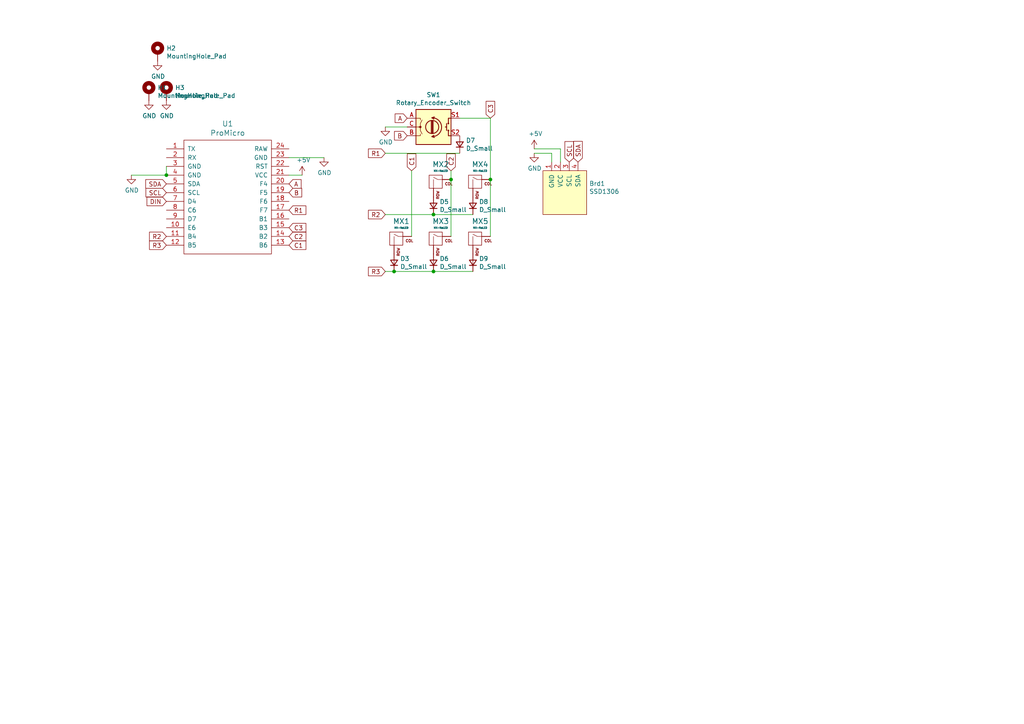
<source format=kicad_sch>
(kicad_sch (version 20211123) (generator eeschema)
  (paper "A4")
  (lib_symbols
    (symbol "Device:D_Small" (pin_numbers hide) (pin_names (offset 0.254) hide)
      (property "Reference" "D" (at -1.27 2.032 0))
      (property "Value" "D_Small" (at -3.81 -2.032 0))
      (symbol "D_Small_0_1"
        (polyline (pts (xy -0.762 -1.016) (xy -0.762 1.016)) (stroke (width 0.254)))
        (polyline (pts (xy -0.762 0) (xy 0.762 0)))
        (polyline (pts (xy 0.762 -1.016) (xy -0.762 0) (xy 0.762 1.016) (xy 0.762 -1.016)) (stroke (width 0.254)))
      )
      (symbol "D_Small_1_1"
        (pin passive line (at -2.54 0 0) (length 1.778) (name "K") (number "1"))
        (pin passive line (at 2.54 0 180) (length 1.778) (name "A") (number "2"))
      )
    )
    (symbol "Device:Rotary_Encoder_Switch" (pin_names (offset 0.254) hide)
      (property "Reference" "SW" (at 0 6.604 0))
      (property "Value" "Device_Rotary_Encoder_Switch" (at 0 -6.604 0))
      (symbol "Rotary_Encoder_Switch_0_1"
        (rectangle (start -5.08 5.08) (end 5.08 -5.08) (stroke (width 0.254)) (fill (type background)))
        (circle (center -3.81 0) (radius 0.254) (fill (type outline)))
        (arc (start -0.381 -2.794) (mid 2.3622 -0.0508) (end -0.381 2.667) (stroke (width 0.254)))
        (circle (center -0.381 0) (radius 1.905) (stroke (width 0.254)))
        (polyline (pts (xy -0.635 -1.778) (xy -0.635 1.778)) (stroke (width 0.254)))
        (polyline (pts (xy -0.381 -1.778) (xy -0.381 1.778)) (stroke (width 0.254)))
        (polyline (pts (xy -0.127 1.778) (xy -0.127 -1.778)) (stroke (width 0.254)))
        (polyline (pts (xy 3.81 0) (xy 3.429 0)) (stroke (width 0.254)))
        (polyline (pts (xy 3.81 1.016) (xy 3.81 -1.016)) (stroke (width 0.254)))
        (polyline (pts (xy -5.08 -2.54) (xy -3.81 -2.54) (xy -3.81 -2.032)))
        (polyline (pts (xy -5.08 2.54) (xy -3.81 2.54) (xy -3.81 2.032)))
        (polyline (pts (xy 0.254 -3.048) (xy -0.508 -2.794) (xy 0.127 -2.413)) (stroke (width 0.254)))
        (polyline (pts (xy 0.254 2.921) (xy -0.508 2.667) (xy 0.127 2.286)) (stroke (width 0.254)))
        (polyline (pts (xy 5.08 -2.54) (xy 4.318 -2.54) (xy 4.318 -1.016)) (stroke (width 0.254)))
        (polyline (pts (xy 5.08 2.54) (xy 4.318 2.54) (xy 4.318 1.016)) (stroke (width 0.254)))
        (polyline (pts (xy -5.08 0) (xy -3.81 0) (xy -3.81 -1.016) (xy -3.302 -2.032)))
        (polyline (pts (xy -4.318 0) (xy -3.81 0) (xy -3.81 1.016) (xy -3.302 2.032)))
        (circle (center 4.318 -1.016) (radius 0.127) (stroke (width 0.254)))
        (circle (center 4.318 1.016) (radius 0.127) (stroke (width 0.254)))
      )
      (symbol "Rotary_Encoder_Switch_1_1"
        (pin passive line (at -7.62 2.54 0) (length 2.54) (name "A") (number "A"))
        (pin passive line (at -7.62 -2.54 0) (length 2.54) (name "B") (number "B"))
        (pin passive line (at -7.62 0 0) (length 2.54) (name "C") (number "C"))
        (pin passive line (at 7.62 2.54 180) (length 2.54) (name "S1") (number "S1"))
        (pin passive line (at 7.62 -2.54 180) (length 2.54) (name "S2") (number "S2"))
      )
    )
    (symbol "MX_Alps_Hybrid:MX-NoLED" (pin_names (offset 1.016))
      (property "Reference" "MX" (at -0.635 3.81 0))
      (property "Value" "MX-NoLED" (at -0.635 1.27 0))
      (symbol "MX-NoLED_0_0"
        (rectangle (start -2.54 2.54) (end 1.27 -1.27))
        (polyline (pts (xy -1.27 -1.27) (xy -1.27 1.27)) (stroke (width 0.127)))
        (polyline (pts (xy 1.27 1.27) (xy 0 1.27) (xy -1.27 1.905)) (stroke (width 0.127)))
        (text "COL" (at 3.175 0 0) (effects (font (size 0.762 0.762))))
        (text "ROW" (at 0 -1.905 900) (effects (font (size 0.762 0.762)) (justify right)))
      )
      (symbol "MX-NoLED_1_1"
        (pin passive line (at 3.81 1.27 180) (length 2.54) (name "COL") (number "1"))
        (pin passive line (at -1.27 -3.81 90) (length 2.54) (name "ROW") (number "2"))
      )
    )
    (symbol "Mechanical:MountingHole_Pad" (pin_numbers hide) (pin_names (offset 1.016) hide)
      (property "Reference" "H" (at 0 6.35 0))
      (property "Value" "MountingHole_Pad" (at 0 4.445 0))
      (symbol "MountingHole_Pad_0_1"
        (circle (center 0 1.27) (radius 1.27) (stroke (width 1.27)))
      )
      (symbol "MountingHole_Pad_1_1"
        (pin input line (at 0 -2.54 90) (length 2.54) (name "1") (number "1"))
      )
    )
    (symbol "SSD1306-128x64_OLED:SSD1306" (pin_names (offset 1.016))
      (property "Reference" "Brd" (at 0 -3.81 0))
      (property "Value" "SSD1306" (at 0 -1.27 0))
      (symbol "SSD1306_0_1"
        (rectangle (start -6.35 6.35) (end 6.35 -6.35) (fill (type background)))
      )
      (symbol "SSD1306_1_1"
        (pin input line (at -3.81 8.89 270) (length 2.54) (name "GND") (number "1"))
        (pin input line (at -1.27 8.89 270) (length 2.54) (name "VCC") (number "2"))
        (pin input line (at 1.27 8.89 270) (length 2.54) (name "SCL") (number "3"))
        (pin input line (at 3.81 8.89 270) (length 2.54) (name "SDA") (number "4"))
      )
    )
    (symbol "power:+5V" (power) (pin_names (offset 0))
      (property "Value" "+5V" (at 0 3.556 0))
      (symbol "+5V_0_1"
        (polyline (pts (xy -0.762 1.27) (xy 0 2.54)))
        (polyline (pts (xy 0 0) (xy 0 2.54)))
        (polyline (pts (xy 0 2.54) (xy 0.762 1.27)))
      )
      (symbol "+5V_1_1"
        (pin power_in line (at 0 0 90) (length 0) hide (name "+5V") (number "1"))
      )
    )
    (symbol "power:GND" (power) (pin_names (offset 0))
      (property "Value" "GND" (at 0 -3.81 0))
      (symbol "GND_0_1"
        (polyline (pts (xy 0 0) (xy 0 -1.27) (xy 1.27 -1.27) (xy 0 -2.54) (xy -1.27 -1.27) (xy 0 -1.27)))
      )
      (symbol "GND_1_1"
        (pin power_in line (at 0 0 270) (length 0) hide (name "GND") (number "1"))
      )
    )
    (symbol "promicro:ProMicro" (pin_names (offset 1.016))
      (property "Reference" "U" (at 0 24.13 0))
      (property "Value" "ProMicro" (at 0 -13.97 0))
      (symbol "ProMicro_0_1"
        (rectangle (start -12.7 21.59) (end 12.7 -11.43))
      )
      (symbol "ProMicro_1_1"
        (pin bidirectional line (at -17.78 19.05 0) (length 5.08) (name "TX") (number "1"))
        (pin bidirectional line (at -17.78 -3.81 0) (length 5.08) (name "E6") (number "10"))
        (pin bidirectional line (at -17.78 -6.35 0) (length 5.08) (name "B4") (number "11"))
        (pin bidirectional line (at -17.78 -8.89 0) (length 5.08) (name "B5") (number "12"))
        (pin bidirectional line (at 17.78 -8.89 180) (length 5.08) (name "B6") (number "13"))
        (pin bidirectional line (at 17.78 -6.35 180) (length 5.08) (name "B2") (number "14"))
        (pin bidirectional line (at 17.78 -3.81 180) (length 5.08) (name "B3") (number "15"))
        (pin bidirectional line (at 17.78 -1.27 180) (length 5.08) (name "B1") (number "16"))
        (pin bidirectional line (at 17.78 1.27 180) (length 5.08) (name "F7") (number "17"))
        (pin bidirectional line (at 17.78 3.81 180) (length 5.08) (name "F6") (number "18"))
        (pin bidirectional line (at 17.78 6.35 180) (length 5.08) (name "F5") (number "19"))
        (pin bidirectional line (at -17.78 16.51 0) (length 5.08) (name "RX") (number "2"))
        (pin bidirectional line (at 17.78 8.89 180) (length 5.08) (name "F4") (number "20"))
        (pin power_in line (at 17.78 11.43 180) (length 5.08) (name "VCC") (number "21"))
        (pin input line (at 17.78 13.97 180) (length 5.08) (name "RST") (number "22"))
        (pin power_in line (at 17.78 16.51 180) (length 5.08) (name "GND") (number "23"))
        (pin power_out line (at 17.78 19.05 180) (length 5.08) (name "RAW") (number "24"))
        (pin power_in line (at -17.78 13.97 0) (length 5.08) (name "GND") (number "3"))
        (pin power_in line (at -17.78 11.43 0) (length 5.08) (name "GND") (number "4"))
        (pin bidirectional line (at -17.78 8.89 0) (length 5.08) (name "SDA") (number "5"))
        (pin bidirectional line (at -17.78 6.35 0) (length 5.08) (name "SCL") (number "6"))
        (pin bidirectional line (at -17.78 3.81 0) (length 5.08) (name "D4") (number "7"))
        (pin bidirectional line (at -17.78 1.27 0) (length 5.08) (name "C6") (number "8"))
        (pin bidirectional line (at -17.78 -1.27 0) (length 5.08) (name "D7") (number "9"))
      )
    )
  )
  (junction (at 142.24 52.07))
  (junction (at 125.73 78.74))
  (junction (at 114.3 78.74))
  (junction (at 130.81 52.07))
  (junction (at 48.26 50.8))
  (junction (at 125.73 62.23))
  (wire (pts (xy 48.26 48.26) (xy 48.26 50.8)))
  (wire (pts (xy 125.73 78.74) (xy 137.16 78.74)))
  (wire (pts (xy 125.73 62.23) (xy 137.16 62.23)))
  (wire (pts (xy 118.11 36.83) (xy 111.76 36.83)))
  (wire (pts (xy 142.24 34.29) (xy 133.35 34.29)))
  (wire (pts (xy 160.02 46.99) (xy 160.02 44.45)))
  (wire (pts (xy 162.56 43.18) (xy 154.94 43.18)))
  (wire (pts (xy 114.3 78.74) (xy 111.76 78.74)))
  (wire (pts (xy 111.76 62.23) (xy 125.73 62.23)))
  (wire (pts (xy 162.56 46.99) (xy 162.56 43.18)))
  (wire (pts (xy 114.3 78.74) (xy 125.73 78.74)))
  (wire (pts (xy 83.82 45.72) (xy 93.98 45.72)))
  (wire (pts (xy 119.38 68.58) (xy 119.38 49.53)))
  (wire (pts (xy 111.76 44.45) (xy 133.35 44.45)))
  (wire (pts (xy 83.82 50.8) (xy 87.63 50.8)))
  (wire (pts (xy 160.02 44.45) (xy 154.94 44.45)))
  (wire (pts (xy 142.24 34.29) (xy 142.24 52.07)))
  (wire (pts (xy 38.1 50.8) (xy 48.26 50.8)))
  (wire (pts (xy 142.24 68.58) (xy 142.24 52.07)))
  (wire (pts (xy 130.81 68.58) (xy 130.81 52.07)))
  (wire (pts (xy 130.81 52.07) (xy 130.81 49.53)))
  (global_label "R3" (shape input) (at 48.26 71.12 180) (property "Intersheet References" "${INTERSHEET_REFS}" (effects hide)))
  (global_label "B" (shape input) (at 118.11 39.37 180) (property "Intersheet References" "${INTERSHEET_REFS}" (effects hide)))
  (global_label "R3" (shape input) (at 111.76 78.74 180) (property "Intersheet References" "${INTERSHEET_REFS}" (effects hide)))
  (global_label "SCL" (shape input) (at 48.26 55.88 180) (property "Intersheet References" "${INTERSHEET_REFS}" (effects hide)))
  (global_label "A" (shape input) (at 83.82 53.34 0) (property "Intersheet References" "${INTERSHEET_REFS}" (effects hide)))
  (global_label "A" (shape input) (at 118.11 34.29 180) (property "Intersheet References" "${INTERSHEET_REFS}" (effects hide)))
  (global_label "SDA" (shape input) (at 167.64 46.99 90) (property "Intersheet References" "${INTERSHEET_REFS}" (effects hide)))
  (global_label "R2" (shape input) (at 111.76 62.23 180) (property "Intersheet References" "${INTERSHEET_REFS}" (effects hide)))
  (global_label "R1" (shape input) (at 83.82 60.96 0) (property "Intersheet References" "${INTERSHEET_REFS}" (effects hide)))
  (global_label "SCL" (shape input) (at 165.1 46.99 90) (property "Intersheet References" "${INTERSHEET_REFS}" (effects hide)))
  (global_label "C1" (shape input) (at 119.38 49.53 90) (property "Intersheet References" "${INTERSHEET_REFS}" (effects hide)))
  (global_label "R1" (shape input) (at 111.76 44.45 180) (property "Intersheet References" "${INTERSHEET_REFS}" (effects hide)))
  (global_label "C2" (shape input) (at 130.81 49.53 90) (property "Intersheet References" "${INTERSHEET_REFS}" (effects hide)))
  (global_label "C3" (shape input) (at 142.24 34.29 90) (property "Intersheet References" "${INTERSHEET_REFS}" (effects hide)))
  (global_label "C1" (shape input) (at 83.82 71.12 0) (property "Intersheet References" "${INTERSHEET_REFS}" (effects hide)))
  (global_label "C2" (shape input) (at 83.82 68.58 0) (property "Intersheet References" "${INTERSHEET_REFS}" (effects hide)))
  (global_label "C3" (shape input) (at 83.82 66.04 0) (property "Intersheet References" "${INTERSHEET_REFS}" (effects hide)))
  (global_label "B" (shape input) (at 83.82 55.88 0) (property "Intersheet References" "${INTERSHEET_REFS}" (effects hide)))
  (global_label "SDA" (shape input) (at 48.26 53.34 180) (property "Intersheet References" "${INTERSHEET_REFS}" (effects hide)))
  (global_label "R2" (shape input) (at 48.26 68.58 180) (property "Intersheet References" "${INTERSHEET_REFS}" (effects hide)))
  (global_label "DIN" (shape input) (at 48.26 58.42 180) (property "Intersheet References" "${INTERSHEET_REFS}" (effects hide)))
  (symbol (lib_id "promicro:ProMicro") (at 66.04 62.23 0) (unit 1)
    (property "Reference" "U1" (at 66.04 35.8902 0) (effects (font (size 1.524 1.524))))
    (property "Value" "ProMicro" (at 66.04 38.5826 0) (effects (font (size 1.524 1.524))))
    (property "Footprint" "Keebio-Parts:ArduinoProMicro" (effects hide))
  )
  (symbol (lib_id "power:GND") (at 38.1 50.8 0) (unit 1)
    (property "Reference" "#PWR0101" (effects hide))
    (property "Value" "GND" (at 38.227 55.1942 0))
  )
  (symbol (lib_id "power:GND") (at 93.98 45.72 0) (unit 1)
    (property "Reference" "#PWR0102" (effects hide))
    (property "Value" "GND" (at 94.107 50.1142 0))
  )
  (symbol (lib_id "power:+5V") (at 87.63 50.8 0) (unit 1)
    (property "Reference" "#PWR0103" (effects hide))
    (property "Value" "+5V" (at 88.011 46.4058 0))
  )
  (symbol (lib_id "MX_Alps_Hybrid:MX-NoLED") (at 115.57 69.85 0) (unit 1)
    (property "Reference" "MX1" (at 116.4082 64.1858 0) (effects (font (size 1.524 1.524))))
    (property "Value" "MX-NoLED" (at 116.4082 66.0654 0) (effects (font (size 0.508 0.508))))
    (property "Footprint" "MX_Only:MXOnly-1U-NoLED" (effects hide))
  )
  (symbol (lib_id "Device:D_Small") (at 114.3 76.2 90) (unit 1)
    (property "Reference" "D3" (at 116.078 75.0316 90) (effects (justify right)))
    (property "Value" "D_Small" (at 116.078 77.343 90) (effects (justify right)))
    (property "Footprint" "Diode_THT:D_DO-35_SOD27_P7.62mm_Horizontal" (effects hide))
  )
  (symbol (lib_id "MX_Alps_Hybrid:MX-NoLED") (at 127 69.85 0) (unit 1)
    (property "Reference" "MX3" (at 127.8382 64.1858 0) (effects (font (size 1.524 1.524))))
    (property "Value" "MX-NoLED" (at 127.8382 66.0654 0) (effects (font (size 0.508 0.508))))
    (property "Footprint" "MX_Only:MXOnly-1U-NoLED" (effects hide))
  )
  (symbol (lib_id "Device:D_Small") (at 125.73 76.2 90) (unit 1)
    (property "Reference" "D6" (at 127.508 75.0316 90) (effects (justify right)))
    (property "Value" "D_Small" (at 127.508 77.343 90) (effects (justify right)))
    (property "Footprint" "Diode_THT:D_DO-35_SOD27_P7.62mm_Horizontal" (effects hide))
  )
  (symbol (lib_id "MX_Alps_Hybrid:MX-NoLED") (at 138.43 69.85 0) (unit 1)
    (property "Reference" "MX5" (at 139.2682 64.1858 0) (effects (font (size 1.524 1.524))))
    (property "Value" "MX-NoLED" (at 139.2682 66.0654 0) (effects (font (size 0.508 0.508))))
    (property "Footprint" "MX_Only:MXOnly-1U-NoLED" (effects hide))
  )
  (symbol (lib_id "Device:D_Small") (at 137.16 76.2 90) (unit 1)
    (property "Reference" "D9" (at 138.938 75.0316 90) (effects (justify right)))
    (property "Value" "D_Small" (at 138.938 77.343 90) (effects (justify right)))
    (property "Footprint" "Diode_THT:D_DO-35_SOD27_P7.62mm_Horizontal" (effects hide))
  )
  (symbol (lib_id "MX_Alps_Hybrid:MX-NoLED") (at 138.43 53.34 0) (unit 1)
    (property "Reference" "MX4" (at 139.2682 47.6758 0) (effects (font (size 1.524 1.524))))
    (property "Value" "MX-NoLED" (at 139.2682 49.5554 0) (effects (font (size 0.508 0.508))))
    (property "Footprint" "MX_Only:MXOnly-1U-NoLED" (effects hide))
  )
  (symbol (lib_id "Device:D_Small") (at 137.16 59.69 90) (unit 1)
    (property "Reference" "D8" (at 138.938 58.5216 90) (effects (justify right)))
    (property "Value" "D_Small" (at 138.938 60.833 90) (effects (justify right)))
    (property "Footprint" "Diode_THT:D_DO-35_SOD27_P7.62mm_Horizontal" (effects hide))
  )
  (symbol (lib_id "MX_Alps_Hybrid:MX-NoLED") (at 127 53.34 0) (unit 1)
    (property "Reference" "MX2" (at 127.8382 47.6758 0) (effects (font (size 1.524 1.524))))
    (property "Value" "MX-NoLED" (at 127.8382 49.5554 0) (effects (font (size 0.508 0.508))))
    (property "Footprint" "MX_Only:MXOnly-1U-NoLED" (effects hide))
  )
  (symbol (lib_id "Device:D_Small") (at 125.73 59.69 90) (unit 1)
    (property "Reference" "D5" (at 127.508 58.5216 90) (effects (justify right)))
    (property "Value" "D_Small" (at 127.508 60.833 90) (effects (justify right)))
    (property "Footprint" "Diode_THT:D_DO-35_SOD27_P7.62mm_Horizontal" (effects hide))
  )
  (symbol (lib_id "Device:Rotary_Encoder_Switch") (at 125.73 36.83 0) (unit 1)
    (property "Reference" "SW1" (at 125.73 27.5082 0))
    (property "Value" "Rotary_Encoder_Switch" (at 125.73 29.8196 0))
    (property "Footprint" "Keebio-Parts:RotaryEncoder_EC11" (effects hide))
  )
  (symbol (lib_id "power:GND") (at 111.76 36.83 0) (unit 1)
    (property "Reference" "#PWR0104" (effects hide))
    (property "Value" "GND" (at 111.887 41.2242 0))
  )
  (symbol (lib_id "Device:D_Small") (at 133.35 41.91 90) (unit 1)
    (property "Reference" "D7" (at 135.128 40.7416 90) (effects (justify right)))
    (property "Value" "D_Small" (at 135.128 43.053 90) (effects (justify right)))
    (property "Footprint" "Diode_THT:D_DO-35_SOD27_P7.62mm_Horizontal" (effects hide))
  )
  (symbol (lib_id "SSD1306-128x64_OLED:SSD1306") (at 163.83 55.88 0) (unit 1)
    (property "Reference" "Brd1" (at 170.8912 53.2384 0) (effects (justify left)))
    (property "Value" "SSD1306" (at 170.8912 55.5498 0) (effects (justify left)))
    (property "Footprint" "Oled screen 128x32:SSD1306-0.91-OLED-4pin-128x32" (effects hide))
  )
  (symbol (lib_id "power:GND") (at 154.94 44.45 0) (unit 1)
    (property "Reference" "#PWR0105" (effects hide))
    (property "Value" "GND" (at 155.067 48.8442 0))
  )
  (symbol (lib_id "power:+5V") (at 154.94 43.18 0) (unit 1)
    (property "Reference" "#PWR0106" (effects hide))
    (property "Value" "+5V" (at 155.321 38.7858 0))
  )
  (symbol (lib_id "Mechanical:MountingHole_Pad") (at 43.18 26.67 0) (unit 1)
    (property "Reference" "H1" (at 45.72 25.4254 0) (effects (justify left)))
    (property "Value" "MountingHole_Pad" (at 45.72 27.7368 0) (effects (justify left)))
    (property "Footprint" "MountingHole:MountingHole_2.5mm_Pad" (effects hide))
  )
  (symbol (lib_id "Mechanical:MountingHole_Pad") (at 48.26 26.67 0) (unit 1)
    (property "Reference" "H3" (at 50.8 25.4254 0) (effects (justify left)))
    (property "Value" "MountingHole_Pad" (at 50.8 27.7368 0) (effects (justify left)))
    (property "Footprint" "MountingHole:MountingHole_2.5mm_Pad" (effects hide))
  )
  (symbol (lib_id "Mechanical:MountingHole_Pad") (at 45.72 15.24 0) (unit 1)
    (property "Reference" "H2" (at 48.26 13.9954 0) (effects (justify left)))
    (property "Value" "MountingHole_Pad" (at 48.26 16.3068 0) (effects (justify left)))
    (property "Footprint" "MountingHole:MountingHole_2.5mm_Pad" (effects hide))
  )
  (symbol (lib_id "power:GND") (at 43.18 29.21 0) (unit 1)
    (property "Reference" "#PWR0110" (effects hide))
    (property "Value" "GND" (at 43.307 33.6042 0))
  )
  (symbol (lib_id "power:GND") (at 48.26 29.21 0) (unit 1)
    (property "Reference" "#PWR0111" (effects hide))
    (property "Value" "GND" (at 48.387 33.6042 0))
  )
  (symbol (lib_id "power:GND") (at 45.72 17.78 0) (unit 1)
    (property "Reference" "#PWR0115" (effects hide))
    (property "Value" "GND" (at 45.847 22.1742 0))
  )
)
</source>
